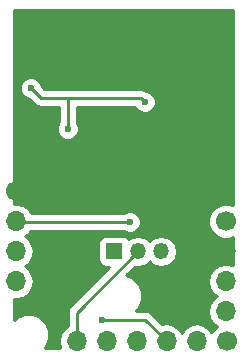
<source format=gbl>
G04 #@! TF.FileFunction,Copper,L2,Bot,Signal*
%FSLAX46Y46*%
G04 Gerber Fmt 4.6, Leading zero omitted, Abs format (unit mm)*
G04 Created by KiCad (PCBNEW 4.0.2-stable) date 05.07.2017 20:46:59*
%MOMM*%
G01*
G04 APERTURE LIST*
%ADD10C,0.100000*%
%ADD11C,1.700000*%
%ADD12O,1.700000X1.700000*%
%ADD13R,1.350000X1.350000*%
%ADD14O,1.350000X1.350000*%
%ADD15C,0.600000*%
%ADD16C,0.250000*%
%ADD17C,0.254000*%
G04 APERTURE END LIST*
D10*
D11*
X170878500Y-111061500D03*
D12*
X170878500Y-113601500D03*
X170878500Y-116141500D03*
X170878500Y-118681500D03*
D11*
X188658500Y-113601500D03*
D12*
X188658500Y-116141500D03*
X188658500Y-118681500D03*
X188658500Y-121221500D03*
D11*
X188722000Y-123761500D03*
D12*
X186182000Y-123761500D03*
X183642000Y-123761500D03*
X181102000Y-123761500D03*
X178562000Y-123761500D03*
X176022000Y-123761500D03*
D13*
X179197000Y-116141500D03*
D14*
X181197000Y-116141500D03*
X183197000Y-116141500D03*
X185197000Y-116141500D03*
D15*
X178181000Y-121920000D03*
X175260000Y-105791000D03*
X181800500Y-103505000D03*
X172148500Y-102298500D03*
X180530500Y-113665000D03*
D16*
X178181000Y-121920000D02*
X181800500Y-121920000D01*
X181800500Y-121920000D02*
X183642000Y-123761500D01*
X181197000Y-116141500D02*
X176022000Y-121316500D01*
X176022000Y-121316500D02*
X176022000Y-123761500D01*
X175260000Y-103141501D02*
X175260000Y-105791000D01*
X175260000Y-103141501D02*
X181437001Y-103141501D01*
X172991501Y-103141501D02*
X175260000Y-103141501D01*
X181437001Y-103141501D02*
X181800500Y-103505000D01*
X172991501Y-103141501D02*
X172148500Y-102298500D01*
X180530500Y-113665000D02*
X170942000Y-113665000D01*
X170942000Y-113665000D02*
X170878500Y-113601500D01*
D17*
G36*
X189290000Y-112255787D02*
X188955181Y-112116758D01*
X188364411Y-112116243D01*
X187818414Y-112341844D01*
X187400312Y-112759217D01*
X187173758Y-113304819D01*
X187173243Y-113895589D01*
X187398844Y-114441586D01*
X187816217Y-114859688D01*
X188361819Y-115086242D01*
X188952589Y-115086757D01*
X189290000Y-114947342D01*
X189290000Y-117332339D01*
X189255878Y-117309539D01*
X188687593Y-117196500D01*
X188629407Y-117196500D01*
X188061122Y-117309539D01*
X187579353Y-117631446D01*
X187257446Y-118113215D01*
X187144407Y-118681500D01*
X187257446Y-119249785D01*
X187579353Y-119731554D01*
X187908526Y-119951500D01*
X187579353Y-120171446D01*
X187257446Y-120653215D01*
X187144407Y-121221500D01*
X187257446Y-121789785D01*
X187579353Y-122271554D01*
X187907923Y-122491097D01*
X187881914Y-122501844D01*
X187463812Y-122919217D01*
X187435645Y-122987050D01*
X187232054Y-122682353D01*
X186750285Y-122360446D01*
X186182000Y-122247407D01*
X185613715Y-122360446D01*
X185131946Y-122682353D01*
X184912000Y-123011526D01*
X184692054Y-122682353D01*
X184210285Y-122360446D01*
X183642000Y-122247407D01*
X183275592Y-122320290D01*
X182337901Y-121382599D01*
X182091339Y-121217852D01*
X181800500Y-121160000D01*
X181013583Y-121160000D01*
X181302004Y-120872082D01*
X181566699Y-120234627D01*
X181567301Y-119544401D01*
X181303719Y-118906485D01*
X180816082Y-118417996D01*
X180236125Y-118177177D01*
X180979418Y-117433884D01*
X181197000Y-117477164D01*
X181698315Y-117377446D01*
X182123310Y-117093474D01*
X182197000Y-116983189D01*
X182270690Y-117093474D01*
X182695685Y-117377446D01*
X183197000Y-117477164D01*
X183698315Y-117377446D01*
X184123310Y-117093474D01*
X184407282Y-116668479D01*
X184507000Y-116167164D01*
X184507000Y-116115836D01*
X184407282Y-115614521D01*
X184123310Y-115189526D01*
X183698315Y-114905554D01*
X183197000Y-114805836D01*
X182695685Y-114905554D01*
X182270690Y-115189526D01*
X182197000Y-115299811D01*
X182123310Y-115189526D01*
X181698315Y-114905554D01*
X181197000Y-114805836D01*
X180695685Y-114905554D01*
X180394936Y-115106508D01*
X180336090Y-115015059D01*
X180123890Y-114870069D01*
X179872000Y-114819060D01*
X178522000Y-114819060D01*
X178286683Y-114863338D01*
X178070559Y-115002410D01*
X177925569Y-115214610D01*
X177874560Y-115466500D01*
X177874560Y-116816500D01*
X177918838Y-117051817D01*
X178057910Y-117267941D01*
X178270110Y-117412931D01*
X178522000Y-117463940D01*
X178799758Y-117463940D01*
X175484599Y-120779099D01*
X175319852Y-121025661D01*
X175262000Y-121316500D01*
X175262000Y-122488546D01*
X174971946Y-122682353D01*
X174650039Y-123164122D01*
X174537000Y-123732407D01*
X174537000Y-123790593D01*
X174636338Y-124290000D01*
X173311883Y-124290000D01*
X173428004Y-124174082D01*
X173692699Y-123536627D01*
X173693301Y-122846401D01*
X173429719Y-122208485D01*
X172942082Y-121719996D01*
X172304627Y-121455301D01*
X171614401Y-121454699D01*
X170976485Y-121718281D01*
X170710000Y-121984301D01*
X170710000Y-120138770D01*
X170849407Y-120166500D01*
X170907593Y-120166500D01*
X171475878Y-120053461D01*
X171957647Y-119731554D01*
X172279554Y-119249785D01*
X172392593Y-118681500D01*
X172279554Y-118113215D01*
X171957647Y-117631446D01*
X171628474Y-117411500D01*
X171957647Y-117191554D01*
X172279554Y-116709785D01*
X172392593Y-116141500D01*
X172279554Y-115573215D01*
X171957647Y-115091446D01*
X171628474Y-114871500D01*
X171957647Y-114651554D01*
X172109025Y-114425000D01*
X179968037Y-114425000D01*
X180000173Y-114457192D01*
X180343701Y-114599838D01*
X180715667Y-114600162D01*
X181059443Y-114458117D01*
X181322692Y-114195327D01*
X181465338Y-113851799D01*
X181465662Y-113479833D01*
X181323617Y-113136057D01*
X181060827Y-112872808D01*
X180717299Y-112730162D01*
X180345333Y-112729838D01*
X180001557Y-112871883D01*
X179968382Y-112905000D01*
X172193884Y-112905000D01*
X171957647Y-112551446D01*
X171475878Y-112229539D01*
X170907593Y-112116500D01*
X170849407Y-112116500D01*
X170710000Y-112144230D01*
X170710000Y-102483667D01*
X171213338Y-102483667D01*
X171355383Y-102827443D01*
X171618173Y-103090692D01*
X171961701Y-103233338D01*
X172008577Y-103233379D01*
X172454100Y-103678902D01*
X172700661Y-103843649D01*
X172748915Y-103853247D01*
X172991501Y-103901501D01*
X174500000Y-103901501D01*
X174500000Y-105228537D01*
X174467808Y-105260673D01*
X174325162Y-105604201D01*
X174324838Y-105976167D01*
X174466883Y-106319943D01*
X174729673Y-106583192D01*
X175073201Y-106725838D01*
X175445167Y-106726162D01*
X175788943Y-106584117D01*
X176052192Y-106321327D01*
X176194838Y-105977799D01*
X176195162Y-105605833D01*
X176053117Y-105262057D01*
X176020000Y-105228882D01*
X176020000Y-103901501D01*
X180952659Y-103901501D01*
X181007383Y-104033943D01*
X181270173Y-104297192D01*
X181613701Y-104439838D01*
X181985667Y-104440162D01*
X182329443Y-104298117D01*
X182592692Y-104035327D01*
X182735338Y-103691799D01*
X182735662Y-103319833D01*
X182593617Y-102976057D01*
X182330827Y-102712808D01*
X181987299Y-102570162D01*
X181923527Y-102570106D01*
X181727840Y-102439353D01*
X181437001Y-102381501D01*
X173306303Y-102381501D01*
X173083622Y-102158820D01*
X173083662Y-102113333D01*
X172941617Y-101769557D01*
X172678827Y-101506308D01*
X172335299Y-101363662D01*
X171963333Y-101363338D01*
X171619557Y-101505383D01*
X171356308Y-101768173D01*
X171213662Y-102111701D01*
X171213338Y-102483667D01*
X170710000Y-102483667D01*
X170710000Y-95710000D01*
X189290000Y-95710000D01*
X189290000Y-112255787D01*
X189290000Y-112255787D01*
G37*
X189290000Y-112255787D02*
X188955181Y-112116758D01*
X188364411Y-112116243D01*
X187818414Y-112341844D01*
X187400312Y-112759217D01*
X187173758Y-113304819D01*
X187173243Y-113895589D01*
X187398844Y-114441586D01*
X187816217Y-114859688D01*
X188361819Y-115086242D01*
X188952589Y-115086757D01*
X189290000Y-114947342D01*
X189290000Y-117332339D01*
X189255878Y-117309539D01*
X188687593Y-117196500D01*
X188629407Y-117196500D01*
X188061122Y-117309539D01*
X187579353Y-117631446D01*
X187257446Y-118113215D01*
X187144407Y-118681500D01*
X187257446Y-119249785D01*
X187579353Y-119731554D01*
X187908526Y-119951500D01*
X187579353Y-120171446D01*
X187257446Y-120653215D01*
X187144407Y-121221500D01*
X187257446Y-121789785D01*
X187579353Y-122271554D01*
X187907923Y-122491097D01*
X187881914Y-122501844D01*
X187463812Y-122919217D01*
X187435645Y-122987050D01*
X187232054Y-122682353D01*
X186750285Y-122360446D01*
X186182000Y-122247407D01*
X185613715Y-122360446D01*
X185131946Y-122682353D01*
X184912000Y-123011526D01*
X184692054Y-122682353D01*
X184210285Y-122360446D01*
X183642000Y-122247407D01*
X183275592Y-122320290D01*
X182337901Y-121382599D01*
X182091339Y-121217852D01*
X181800500Y-121160000D01*
X181013583Y-121160000D01*
X181302004Y-120872082D01*
X181566699Y-120234627D01*
X181567301Y-119544401D01*
X181303719Y-118906485D01*
X180816082Y-118417996D01*
X180236125Y-118177177D01*
X180979418Y-117433884D01*
X181197000Y-117477164D01*
X181698315Y-117377446D01*
X182123310Y-117093474D01*
X182197000Y-116983189D01*
X182270690Y-117093474D01*
X182695685Y-117377446D01*
X183197000Y-117477164D01*
X183698315Y-117377446D01*
X184123310Y-117093474D01*
X184407282Y-116668479D01*
X184507000Y-116167164D01*
X184507000Y-116115836D01*
X184407282Y-115614521D01*
X184123310Y-115189526D01*
X183698315Y-114905554D01*
X183197000Y-114805836D01*
X182695685Y-114905554D01*
X182270690Y-115189526D01*
X182197000Y-115299811D01*
X182123310Y-115189526D01*
X181698315Y-114905554D01*
X181197000Y-114805836D01*
X180695685Y-114905554D01*
X180394936Y-115106508D01*
X180336090Y-115015059D01*
X180123890Y-114870069D01*
X179872000Y-114819060D01*
X178522000Y-114819060D01*
X178286683Y-114863338D01*
X178070559Y-115002410D01*
X177925569Y-115214610D01*
X177874560Y-115466500D01*
X177874560Y-116816500D01*
X177918838Y-117051817D01*
X178057910Y-117267941D01*
X178270110Y-117412931D01*
X178522000Y-117463940D01*
X178799758Y-117463940D01*
X175484599Y-120779099D01*
X175319852Y-121025661D01*
X175262000Y-121316500D01*
X175262000Y-122488546D01*
X174971946Y-122682353D01*
X174650039Y-123164122D01*
X174537000Y-123732407D01*
X174537000Y-123790593D01*
X174636338Y-124290000D01*
X173311883Y-124290000D01*
X173428004Y-124174082D01*
X173692699Y-123536627D01*
X173693301Y-122846401D01*
X173429719Y-122208485D01*
X172942082Y-121719996D01*
X172304627Y-121455301D01*
X171614401Y-121454699D01*
X170976485Y-121718281D01*
X170710000Y-121984301D01*
X170710000Y-120138770D01*
X170849407Y-120166500D01*
X170907593Y-120166500D01*
X171475878Y-120053461D01*
X171957647Y-119731554D01*
X172279554Y-119249785D01*
X172392593Y-118681500D01*
X172279554Y-118113215D01*
X171957647Y-117631446D01*
X171628474Y-117411500D01*
X171957647Y-117191554D01*
X172279554Y-116709785D01*
X172392593Y-116141500D01*
X172279554Y-115573215D01*
X171957647Y-115091446D01*
X171628474Y-114871500D01*
X171957647Y-114651554D01*
X172109025Y-114425000D01*
X179968037Y-114425000D01*
X180000173Y-114457192D01*
X180343701Y-114599838D01*
X180715667Y-114600162D01*
X181059443Y-114458117D01*
X181322692Y-114195327D01*
X181465338Y-113851799D01*
X181465662Y-113479833D01*
X181323617Y-113136057D01*
X181060827Y-112872808D01*
X180717299Y-112730162D01*
X180345333Y-112729838D01*
X180001557Y-112871883D01*
X179968382Y-112905000D01*
X172193884Y-112905000D01*
X171957647Y-112551446D01*
X171475878Y-112229539D01*
X170907593Y-112116500D01*
X170849407Y-112116500D01*
X170710000Y-112144230D01*
X170710000Y-102483667D01*
X171213338Y-102483667D01*
X171355383Y-102827443D01*
X171618173Y-103090692D01*
X171961701Y-103233338D01*
X172008577Y-103233379D01*
X172454100Y-103678902D01*
X172700661Y-103843649D01*
X172748915Y-103853247D01*
X172991501Y-103901501D01*
X174500000Y-103901501D01*
X174500000Y-105228537D01*
X174467808Y-105260673D01*
X174325162Y-105604201D01*
X174324838Y-105976167D01*
X174466883Y-106319943D01*
X174729673Y-106583192D01*
X175073201Y-106725838D01*
X175445167Y-106726162D01*
X175788943Y-106584117D01*
X176052192Y-106321327D01*
X176194838Y-105977799D01*
X176195162Y-105605833D01*
X176053117Y-105262057D01*
X176020000Y-105228882D01*
X176020000Y-103901501D01*
X180952659Y-103901501D01*
X181007383Y-104033943D01*
X181270173Y-104297192D01*
X181613701Y-104439838D01*
X181985667Y-104440162D01*
X182329443Y-104298117D01*
X182592692Y-104035327D01*
X182735338Y-103691799D01*
X182735662Y-103319833D01*
X182593617Y-102976057D01*
X182330827Y-102712808D01*
X181987299Y-102570162D01*
X181923527Y-102570106D01*
X181727840Y-102439353D01*
X181437001Y-102381501D01*
X173306303Y-102381501D01*
X173083622Y-102158820D01*
X173083662Y-102113333D01*
X172941617Y-101769557D01*
X172678827Y-101506308D01*
X172335299Y-101363662D01*
X171963333Y-101363338D01*
X171619557Y-101505383D01*
X171356308Y-101768173D01*
X171213662Y-102111701D01*
X171213338Y-102483667D01*
X170710000Y-102483667D01*
X170710000Y-95710000D01*
X189290000Y-95710000D01*
X189290000Y-112255787D01*
M02*

</source>
